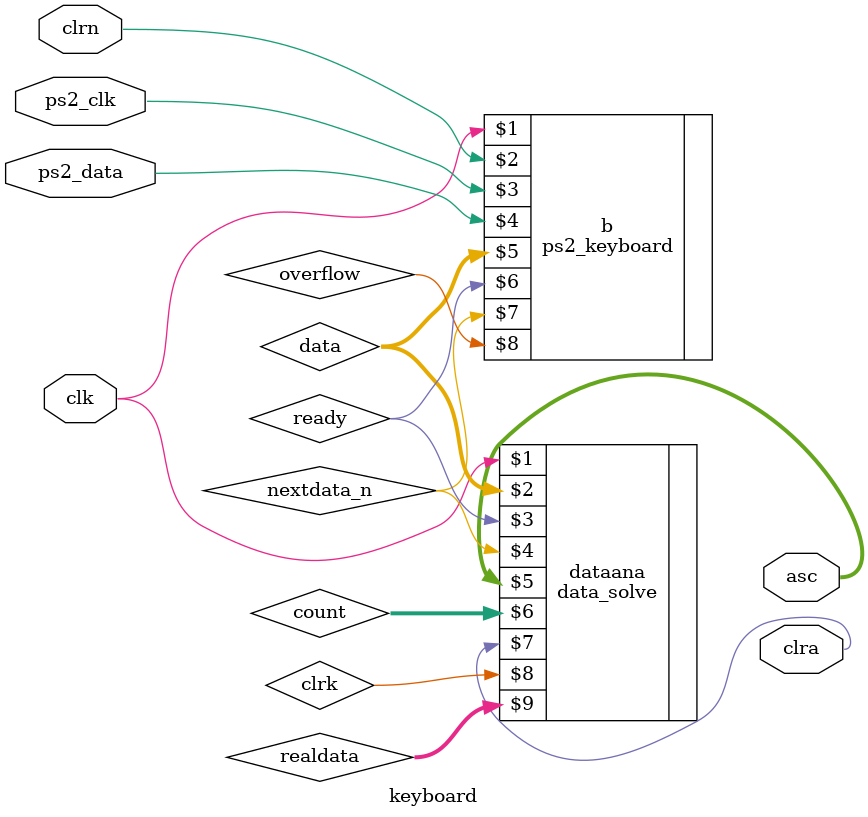
<source format=v>
module keyboard(ps2_data,ps2_clk,clrn,clk,asc,clra);
//,data,count,asc,clra,clrk,realdata,readytest,overflow
//module keyboard(ps2_data,ps2_clk,clrn,clk,hh,hl,mh,ml,sh,sl,data);
input ps2_data,ps2_clk,clrn,clk;
//output [6:0]hh;
//output [6:0]hl;
//output [6:0]mh;
//output [6:0]ml;
//output [6:0]sh;
//output [6:0]sl;

//output  overflow;
//output  [7:0]data;
//output  [7:0]count;
output  [7:0]asc;
//output  [7:0]realdata;
output clra;
//output readytest;

wire [7:0]count;
wire [7:0]data;
wire [7:0]realdata;
wire [7:0]asc;
wire clra,clrk;
wire ready;
wire overflow;
wire nextdata_n;
wire readytest;

//data in
ps2_keyboard b(clk,clrn,ps2_clk,ps2_data,data,ready,nextdata_n,overflow);
//data out
data_solve dataana(clk,data,ready,nextdata_n,asc,count,clra,clrk,realdata);

//display times(count,hh,hl);
//displayhex ASCII(asc,clra,mh,ml);
//displayhex RDATA(realdata,clrk,sh,sl);
//assign readytest = ready;
endmodule

</source>
